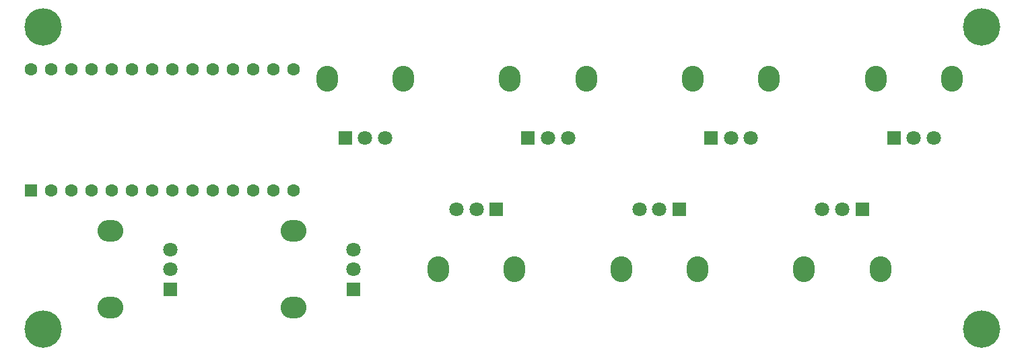
<source format=gbr>
%TF.GenerationSoftware,KiCad,Pcbnew,(5.1.10)-1*%
%TF.CreationDate,2021-09-02T23:50:42+09:00*%
%TF.ProjectId,bleachedplusplus,626c6561-6368-4656-9470-6c7573706c75,rev?*%
%TF.SameCoordinates,Original*%
%TF.FileFunction,Soldermask,Bot*%
%TF.FilePolarity,Negative*%
%FSLAX46Y46*%
G04 Gerber Fmt 4.6, Leading zero omitted, Abs format (unit mm)*
G04 Created by KiCad (PCBNEW (5.1.10)-1) date 2021-09-02 23:50:42*
%MOMM*%
%LPD*%
G01*
G04 APERTURE LIST*
%ADD10O,3.240000X2.720000*%
%ADD11C,1.800000*%
%ADD12R,1.800000X1.800000*%
%ADD13O,2.720000X3.240000*%
%ADD14C,4.700000*%
%ADD15R,1.600000X1.600000*%
%ADD16C,1.600000*%
G04 APERTURE END LIST*
D10*
%TO.C,RV9*%
X72500000Y-113300000D03*
X72500000Y-103700000D03*
D11*
X80000000Y-106000000D03*
X80000000Y-108500000D03*
D12*
X80000000Y-111000000D03*
%TD*%
D10*
%TO.C,RV8*%
X95500000Y-113300000D03*
X95500000Y-103700000D03*
D11*
X103000000Y-106000000D03*
X103000000Y-108500000D03*
D12*
X103000000Y-111000000D03*
%TD*%
D13*
%TO.C,RV7*%
X123300000Y-108500000D03*
X113700000Y-108500000D03*
D11*
X116000000Y-101000000D03*
X118500000Y-101000000D03*
D12*
X121000000Y-101000000D03*
%TD*%
D13*
%TO.C,RV6*%
X146300000Y-108500000D03*
X136700000Y-108500000D03*
D11*
X139000000Y-101000000D03*
X141500000Y-101000000D03*
D12*
X144000000Y-101000000D03*
%TD*%
D13*
%TO.C,RV5*%
X169300000Y-108500000D03*
X159700000Y-108500000D03*
D11*
X162000000Y-101000000D03*
X164500000Y-101000000D03*
D12*
X167000000Y-101000000D03*
%TD*%
D13*
%TO.C,RV4*%
X168700000Y-84500000D03*
X178300000Y-84500000D03*
D11*
X176000000Y-92000000D03*
X173500000Y-92000000D03*
D12*
X171000000Y-92000000D03*
%TD*%
D13*
%TO.C,RV3*%
X145700000Y-84500000D03*
X155300000Y-84500000D03*
D11*
X153000000Y-92000000D03*
X150500000Y-92000000D03*
D12*
X148000000Y-92000000D03*
%TD*%
D13*
%TO.C,RV2*%
X122700000Y-84500000D03*
X132300000Y-84500000D03*
D11*
X130000000Y-92000000D03*
X127500000Y-92000000D03*
D12*
X125000000Y-92000000D03*
%TD*%
D13*
%TO.C,RV1*%
X99700000Y-84500000D03*
X109300000Y-84500000D03*
D11*
X107000000Y-92000000D03*
X104500000Y-92000000D03*
D12*
X102000000Y-92000000D03*
%TD*%
D14*
%TO.C,H4*%
X182000000Y-78000000D03*
%TD*%
%TO.C,H3*%
X182000000Y-116000000D03*
%TD*%
%TO.C,H2*%
X64000000Y-116000000D03*
%TD*%
%TO.C,H1*%
X64000000Y-78000000D03*
%TD*%
D15*
%TO.C,U1*%
X62490000Y-98620000D03*
D16*
X65030000Y-98620000D03*
X67570000Y-98620000D03*
X70110000Y-98620000D03*
X72650000Y-98620000D03*
X75190000Y-98620000D03*
X77730000Y-98620000D03*
X80270000Y-98620000D03*
X82810000Y-98620000D03*
X85350000Y-98620000D03*
X87890000Y-98620000D03*
X90430000Y-98620000D03*
X92970000Y-98620000D03*
X62490000Y-83380000D03*
X65030000Y-83380000D03*
X67570000Y-83380000D03*
X70110000Y-83380000D03*
X72650000Y-83380000D03*
X75190000Y-83380000D03*
X77730000Y-83380000D03*
X80270000Y-83380000D03*
X82810000Y-83380000D03*
X85350000Y-83380000D03*
X87890000Y-83380000D03*
X90430000Y-83380000D03*
X92970000Y-83380000D03*
X95510000Y-98620000D03*
X95510000Y-83380000D03*
%TD*%
M02*

</source>
